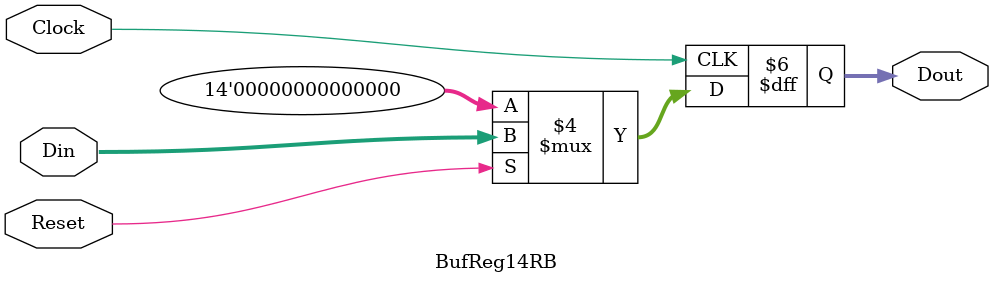
<source format=v>
`timescale	1ns/1ps

module	BufReg14RB(Dout, Din, Clock, Reset)	;

output	[13:0]	Dout	;
reg	[13:0]	Dout	;

input	[13:0]	Din	;
wire	[13:0]	Din	;

input	Clock, Reset	;
wire	Clock, Reset	;


always	@(posedge	Clock)
	begin
		if ( Reset == 1'b1 )
			begin
				Dout <= Din	;
			end
		else
			begin
				Dout <= 14'b00_0000_0000_0000	;
			end
	end

endmodule

</source>
